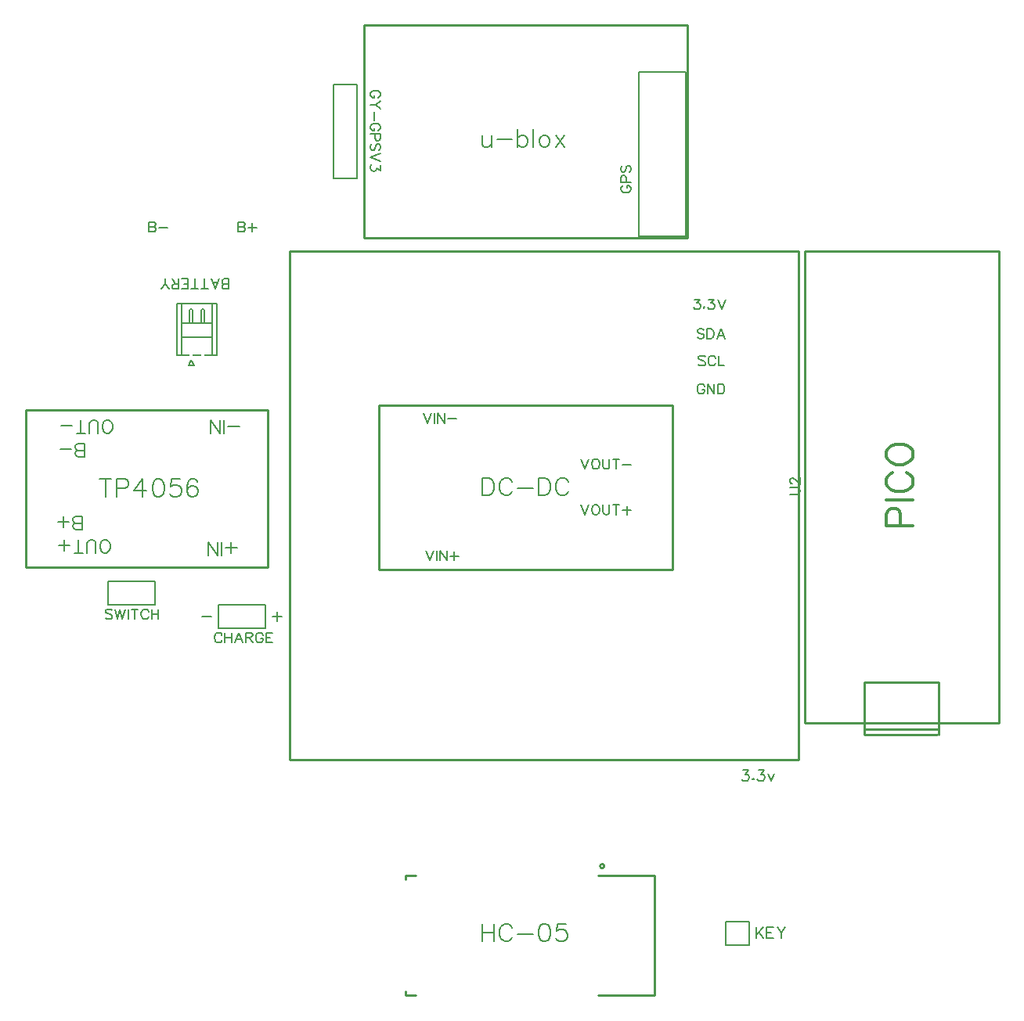
<source format=gto>
G04 Layer: TopSilkscreenLayer*
G04 EasyEDA v6.5.1, 2022-05-20 13:09:05*
G04 9a472788fb3748f5b1af1517000a09b8,10*
G04 Gerber Generator version 0.2*
G04 Scale: 100 percent, Rotated: No, Reflected: No *
G04 Dimensions in millimeters *
G04 leading zeros omitted , absolute positions ,4 integer and 5 decimal *
%FSLAX45Y45*%
%MOMM*%

%ADD10C,0.2540*%
%ADD25C,0.2032*%
%ADD26C,0.2030*%
%ADD27C,0.1500*%
%ADD28C,0.2000*%
%ADD29C,0.1524*%
%ADD30C,0.3200*%
%ADD31C,0.2500*%

%LPD*%
D28*
X-469900Y100329D02*
G01*
X-469900Y-90678D01*
X-469900Y100329D02*
G01*
X-406145Y100329D01*
X-378968Y91186D01*
X-360934Y72897D01*
X-351789Y54863D01*
X-342645Y27431D01*
X-342645Y-18034D01*
X-351789Y-45212D01*
X-360934Y-63500D01*
X-378968Y-81534D01*
X-406145Y-90678D01*
X-469900Y-90678D01*
X-146304Y54863D02*
G01*
X-155447Y72897D01*
X-173481Y91186D01*
X-191770Y100329D01*
X-228092Y100329D01*
X-246379Y91186D01*
X-264413Y72897D01*
X-273557Y54863D01*
X-282702Y27431D01*
X-282702Y-18034D01*
X-273557Y-45212D01*
X-264413Y-63500D01*
X-246379Y-81534D01*
X-228092Y-90678D01*
X-191770Y-90678D01*
X-173481Y-81534D01*
X-155447Y-63500D01*
X-146304Y-45212D01*
X-86360Y-8889D02*
G01*
X77470Y-8889D01*
X137413Y100329D02*
G01*
X137413Y-90678D01*
X137413Y100329D02*
G01*
X200913Y100329D01*
X228345Y91186D01*
X246379Y72897D01*
X255523Y54863D01*
X264668Y27431D01*
X264668Y-18034D01*
X255523Y-45212D01*
X246379Y-63500D01*
X228345Y-81534D01*
X200913Y-90678D01*
X137413Y-90678D01*
X461010Y54863D02*
G01*
X451865Y72897D01*
X433831Y91186D01*
X415544Y100329D01*
X379221Y100329D01*
X360934Y91186D01*
X342900Y72897D01*
X333755Y54863D01*
X324612Y27431D01*
X324612Y-18034D01*
X333755Y-45212D01*
X342900Y-63500D01*
X360934Y-81534D01*
X379221Y-90678D01*
X415544Y-90678D01*
X433831Y-81534D01*
X451865Y-63500D01*
X461010Y-45212D01*
X-469900Y3808476D02*
G01*
X-469900Y3717544D01*
X-460755Y3690365D01*
X-442721Y3681221D01*
X-415289Y3681221D01*
X-397255Y3690365D01*
X-369823Y3717544D01*
X-369823Y3808476D02*
G01*
X-369823Y3681221D01*
X-309879Y3763010D02*
G01*
X-146304Y3763010D01*
X-86360Y3872229D02*
G01*
X-86360Y3681221D01*
X-86360Y3781297D02*
G01*
X-68071Y3799331D01*
X-49784Y3808476D01*
X-22605Y3808476D01*
X-4571Y3799331D01*
X13715Y3781297D01*
X22860Y3753865D01*
X22860Y3735831D01*
X13715Y3708400D01*
X-4571Y3690365D01*
X-22605Y3681221D01*
X-49784Y3681221D01*
X-68071Y3690365D01*
X-86360Y3708400D01*
X82804Y3872229D02*
G01*
X82804Y3681221D01*
X188213Y3808476D02*
G01*
X170179Y3799331D01*
X151892Y3781297D01*
X142747Y3753865D01*
X142747Y3735831D01*
X151892Y3708400D01*
X170179Y3690365D01*
X188213Y3681221D01*
X215645Y3681221D01*
X233679Y3690365D01*
X251968Y3708400D01*
X261112Y3735831D01*
X261112Y3753865D01*
X251968Y3781297D01*
X233679Y3799331D01*
X215645Y3808476D01*
X188213Y3808476D01*
X321055Y3808476D02*
G01*
X421131Y3681221D01*
X421131Y3808476D02*
G01*
X321055Y3681221D01*
X2348229Y-3061462D02*
G01*
X2410713Y-3061462D01*
X2376677Y-3106928D01*
X2393695Y-3106928D01*
X2404872Y-3112770D01*
X2410713Y-3118357D01*
X2416302Y-3135376D01*
X2416302Y-3146805D01*
X2410713Y-3163823D01*
X2399284Y-3175254D01*
X2382265Y-3180842D01*
X2365247Y-3180842D01*
X2348229Y-3175254D01*
X2342388Y-3169412D01*
X2336800Y-3158236D01*
X2459481Y-3152394D02*
G01*
X2453893Y-3158236D01*
X2459481Y-3163823D01*
X2465324Y-3158236D01*
X2459481Y-3152394D01*
X2514091Y-3061462D02*
G01*
X2576575Y-3061462D01*
X2542540Y-3106928D01*
X2559558Y-3106928D01*
X2570988Y-3112770D01*
X2576575Y-3118357D01*
X2582163Y-3135376D01*
X2582163Y-3146805D01*
X2576575Y-3163823D01*
X2565145Y-3175254D01*
X2548127Y-3180842D01*
X2531109Y-3180842D01*
X2514091Y-3175254D01*
X2508504Y-3169412D01*
X2502661Y-3158236D01*
X2619756Y-3101339D02*
G01*
X2653791Y-3180842D01*
X2687827Y-3101339D02*
G01*
X2653791Y-3180842D01*
D25*
X-3505200Y-1402587D02*
G01*
X-3402837Y-1402587D01*
X-2692145Y-1351534D02*
G01*
X-2692145Y-1453642D01*
X-2743200Y-1402587D02*
G01*
X-2640837Y-1402587D01*
D29*
X-1599692Y4214621D02*
G01*
X-1589278Y4219955D01*
X-1578863Y4230370D01*
X-1573784Y4240529D01*
X-1573784Y4261357D01*
X-1578863Y4271771D01*
X-1589278Y4282186D01*
X-1599692Y4287520D01*
X-1615439Y4292600D01*
X-1641347Y4292600D01*
X-1656842Y4287520D01*
X-1667255Y4282186D01*
X-1677670Y4271771D01*
X-1682750Y4261357D01*
X-1682750Y4240529D01*
X-1677670Y4230370D01*
X-1667255Y4219955D01*
X-1656842Y4214621D01*
X-1641347Y4214621D01*
X-1641347Y4240529D02*
G01*
X-1641347Y4214621D01*
X-1573784Y4180331D02*
G01*
X-1625600Y4138929D01*
X-1682750Y4138929D01*
X-1573784Y4097273D02*
G01*
X-1625600Y4138929D01*
X-1636013Y4062984D02*
G01*
X-1636013Y3969512D01*
X-1599692Y3857244D02*
G01*
X-1589278Y3862323D01*
X-1578863Y3872737D01*
X-1573784Y3883152D01*
X-1573784Y3903979D01*
X-1578863Y3914394D01*
X-1589278Y3924807D01*
X-1599692Y3929887D01*
X-1615439Y3935221D01*
X-1641347Y3935221D01*
X-1656842Y3929887D01*
X-1667255Y3924807D01*
X-1677670Y3914394D01*
X-1682750Y3903979D01*
X-1682750Y3883152D01*
X-1677670Y3872737D01*
X-1667255Y3862323D01*
X-1656842Y3857244D01*
X-1641347Y3857244D01*
X-1641347Y3883152D02*
G01*
X-1641347Y3857244D01*
X-1573784Y3822954D02*
G01*
X-1682750Y3822954D01*
X-1573784Y3822954D02*
G01*
X-1573784Y3776218D01*
X-1578863Y3760470D01*
X-1584197Y3755389D01*
X-1594612Y3750310D01*
X-1610105Y3750310D01*
X-1620520Y3755389D01*
X-1625600Y3760470D01*
X-1630934Y3776218D01*
X-1630934Y3822954D01*
X-1589278Y3643121D02*
G01*
X-1578863Y3653536D01*
X-1573784Y3669029D01*
X-1573784Y3689857D01*
X-1578863Y3705605D01*
X-1589278Y3716020D01*
X-1599692Y3716020D01*
X-1610105Y3710686D01*
X-1615439Y3705605D01*
X-1620520Y3695192D01*
X-1630934Y3663950D01*
X-1636013Y3653536D01*
X-1641347Y3648455D01*
X-1651762Y3643121D01*
X-1667255Y3643121D01*
X-1677670Y3653536D01*
X-1682750Y3669029D01*
X-1682750Y3689857D01*
X-1677670Y3705605D01*
X-1667255Y3716020D01*
X-1573784Y3608831D02*
G01*
X-1682750Y3567429D01*
X-1573784Y3525773D02*
G01*
X-1682750Y3567429D01*
X-1573784Y3481070D02*
G01*
X-1573784Y3423920D01*
X-1615439Y3455162D01*
X-1615439Y3439413D01*
X-1620520Y3429000D01*
X-1625600Y3423920D01*
X-1641347Y3418839D01*
X-1651762Y3418839D01*
X-1667255Y3423920D01*
X-1677670Y3434334D01*
X-1682750Y3449828D01*
X-1682750Y3465576D01*
X-1677670Y3481070D01*
X-1672589Y3486150D01*
X-1662176Y3491484D01*
X1826513Y2033015D02*
G01*
X1883663Y2033015D01*
X1852421Y1991360D01*
X1868170Y1991360D01*
X1878329Y1986279D01*
X1883663Y1981200D01*
X1888744Y1965452D01*
X1888744Y1955037D01*
X1883663Y1939544D01*
X1873250Y1929129D01*
X1857755Y1924050D01*
X1842007Y1924050D01*
X1826513Y1929129D01*
X1821179Y1934210D01*
X1816100Y1944623D01*
X1928368Y1949957D02*
G01*
X1923034Y1944623D01*
X1928368Y1939544D01*
X1933447Y1944623D01*
X1928368Y1949957D01*
X1978152Y2033015D02*
G01*
X2035302Y2033015D01*
X2004059Y1991360D01*
X2019808Y1991360D01*
X2030222Y1986279D01*
X2035302Y1981200D01*
X2040636Y1965452D01*
X2040636Y1955037D01*
X2035302Y1939544D01*
X2024888Y1929129D01*
X2009393Y1924050D01*
X1993900Y1924050D01*
X1978152Y1929129D01*
X1973072Y1934210D01*
X1967738Y1944623D01*
X2074925Y2033015D02*
G01*
X2116327Y1924050D01*
X2157984Y2033015D02*
G01*
X2116327Y1924050D01*
X1932177Y1092707D02*
G01*
X1926844Y1103121D01*
X1916429Y1113536D01*
X1906270Y1118615D01*
X1885442Y1118615D01*
X1875028Y1113536D01*
X1864613Y1103121D01*
X1859279Y1092707D01*
X1854200Y1076960D01*
X1854200Y1051052D01*
X1859279Y1035557D01*
X1864613Y1025144D01*
X1875028Y1014729D01*
X1885442Y1009650D01*
X1906270Y1009650D01*
X1916429Y1014729D01*
X1926844Y1025144D01*
X1932177Y1035557D01*
X1932177Y1051052D01*
X1906270Y1051052D02*
G01*
X1932177Y1051052D01*
X1966468Y1118615D02*
G01*
X1966468Y1009650D01*
X1966468Y1118615D02*
G01*
X2039111Y1009650D01*
X2039111Y1118615D02*
G01*
X2039111Y1009650D01*
X2073402Y1118615D02*
G01*
X2073402Y1009650D01*
X2073402Y1118615D02*
G01*
X2109724Y1118615D01*
X2125472Y1113536D01*
X2135886Y1103121D01*
X2140965Y1092707D01*
X2146300Y1076960D01*
X2146300Y1051052D01*
X2140965Y1035557D01*
X2135886Y1025144D01*
X2125472Y1014729D01*
X2109724Y1009650D01*
X2073402Y1009650D01*
X1939543Y1407921D02*
G01*
X1929129Y1418336D01*
X1913636Y1423415D01*
X1892807Y1423415D01*
X1877313Y1418336D01*
X1866900Y1407921D01*
X1866900Y1397507D01*
X1871979Y1387094D01*
X1877313Y1381760D01*
X1887728Y1376679D01*
X1918970Y1366265D01*
X1929129Y1361186D01*
X1934463Y1355852D01*
X1939543Y1345437D01*
X1939543Y1329944D01*
X1929129Y1319529D01*
X1913636Y1314450D01*
X1892807Y1314450D01*
X1877313Y1319529D01*
X1866900Y1329944D01*
X2051811Y1397507D02*
G01*
X2046731Y1407921D01*
X2036318Y1418336D01*
X2025904Y1423415D01*
X2005075Y1423415D01*
X1994661Y1418336D01*
X1984247Y1407921D01*
X1979168Y1397507D01*
X1973834Y1381760D01*
X1973834Y1355852D01*
X1979168Y1340357D01*
X1984247Y1329944D01*
X1994661Y1319529D01*
X2005075Y1314450D01*
X2025904Y1314450D01*
X2036318Y1319529D01*
X2046731Y1329944D01*
X2051811Y1340357D01*
X2086102Y1423415D02*
G01*
X2086102Y1314450D01*
X2086102Y1314450D02*
G01*
X2148586Y1314450D01*
X1926844Y1700021D02*
G01*
X1916429Y1710436D01*
X1900936Y1715515D01*
X1880107Y1715515D01*
X1864613Y1710436D01*
X1854200Y1700021D01*
X1854200Y1689607D01*
X1859279Y1679194D01*
X1864613Y1673860D01*
X1875028Y1668779D01*
X1906270Y1658365D01*
X1916429Y1653286D01*
X1921763Y1647952D01*
X1926844Y1637537D01*
X1926844Y1622044D01*
X1916429Y1611629D01*
X1900936Y1606550D01*
X1880107Y1606550D01*
X1864613Y1611629D01*
X1854200Y1622044D01*
X1961134Y1715515D02*
G01*
X1961134Y1606550D01*
X1961134Y1715515D02*
G01*
X1997709Y1715515D01*
X2013204Y1710436D01*
X2023618Y1700021D01*
X2028697Y1689607D01*
X2034031Y1673860D01*
X2034031Y1647952D01*
X2028697Y1632457D01*
X2023618Y1622044D01*
X2013204Y1611629D01*
X1997709Y1606550D01*
X1961134Y1606550D01*
X2109724Y1715515D02*
G01*
X2068322Y1606550D01*
X2109724Y1715515D02*
G01*
X2151379Y1606550D01*
X2083815Y1642871D02*
G01*
X2135886Y1642871D01*
X-1079500Y-684784D02*
G01*
X-1037844Y-793750D01*
X-996442Y-684784D02*
G01*
X-1037844Y-793750D01*
X-962152Y-684784D02*
G01*
X-962152Y-793750D01*
X-927862Y-684784D02*
G01*
X-927862Y-793750D01*
X-927862Y-684784D02*
G01*
X-854963Y-793750D01*
X-854963Y-684784D02*
G01*
X-854963Y-793750D01*
X-773937Y-700278D02*
G01*
X-773937Y-793750D01*
X-820673Y-747013D02*
G01*
X-727202Y-747013D01*
X-1104900Y801115D02*
G01*
X-1063244Y692150D01*
X-1021842Y801115D02*
G01*
X-1063244Y692150D01*
X-987552Y801115D02*
G01*
X-987552Y692150D01*
X-953262Y801115D02*
G01*
X-953262Y692150D01*
X-953262Y801115D02*
G01*
X-880363Y692150D01*
X-880363Y801115D02*
G01*
X-880363Y692150D01*
X-846073Y738886D02*
G01*
X-752602Y738886D01*
X596900Y-189484D02*
G01*
X638555Y-298450D01*
X679957Y-189484D02*
G01*
X638555Y-298450D01*
X745489Y-189484D02*
G01*
X735076Y-194563D01*
X724662Y-204978D01*
X719581Y-215392D01*
X714247Y-231139D01*
X714247Y-257047D01*
X719581Y-272542D01*
X724662Y-282955D01*
X735076Y-293370D01*
X745489Y-298450D01*
X766318Y-298450D01*
X776731Y-293370D01*
X787145Y-282955D01*
X792226Y-272542D01*
X797560Y-257047D01*
X797560Y-231139D01*
X792226Y-215392D01*
X787145Y-204978D01*
X776731Y-194563D01*
X766318Y-189484D01*
X745489Y-189484D01*
X831850Y-189484D02*
G01*
X831850Y-267462D01*
X836929Y-282955D01*
X847344Y-293370D01*
X862837Y-298450D01*
X873252Y-298450D01*
X889000Y-293370D01*
X899160Y-282955D01*
X904494Y-267462D01*
X904494Y-189484D01*
X975105Y-189484D02*
G01*
X975105Y-298450D01*
X938784Y-189484D02*
G01*
X1011428Y-189484D01*
X1092454Y-204978D02*
G01*
X1092454Y-298450D01*
X1045718Y-251713D02*
G01*
X1139189Y-251713D01*
X596900Y305815D02*
G01*
X638555Y196850D01*
X679957Y305815D02*
G01*
X638555Y196850D01*
X745489Y305815D02*
G01*
X735076Y300736D01*
X724662Y290321D01*
X719581Y279907D01*
X714247Y264160D01*
X714247Y238252D01*
X719581Y222757D01*
X724662Y212344D01*
X735076Y201929D01*
X745489Y196850D01*
X766318Y196850D01*
X776731Y201929D01*
X787145Y212344D01*
X792226Y222757D01*
X797560Y238252D01*
X797560Y264160D01*
X792226Y279907D01*
X787145Y290321D01*
X776731Y300736D01*
X766318Y305815D01*
X745489Y305815D01*
X831850Y305815D02*
G01*
X831850Y227837D01*
X836929Y212344D01*
X847344Y201929D01*
X862837Y196850D01*
X873252Y196850D01*
X889000Y201929D01*
X899160Y212344D01*
X904494Y227837D01*
X904494Y305815D01*
X975105Y305815D02*
G01*
X975105Y196850D01*
X938784Y305815D02*
G01*
X1011428Y305815D01*
X1045718Y243586D02*
G01*
X1139189Y243586D01*
X-3111500Y2871215D02*
G01*
X-3111500Y2762250D01*
X-3111500Y2871215D02*
G01*
X-3064763Y2871215D01*
X-3049270Y2866136D01*
X-3043936Y2860802D01*
X-3038855Y2850387D01*
X-3038855Y2839973D01*
X-3043936Y2829560D01*
X-3049270Y2824479D01*
X-3064763Y2819400D01*
X-3111500Y2819400D02*
G01*
X-3064763Y2819400D01*
X-3049270Y2814065D01*
X-3043936Y2808986D01*
X-3038855Y2798571D01*
X-3038855Y2782823D01*
X-3043936Y2772410D01*
X-3049270Y2767329D01*
X-3064763Y2762250D01*
X-3111500Y2762250D01*
X-2957829Y2855721D02*
G01*
X-2957829Y2762250D01*
X-3004565Y2808986D02*
G01*
X-2910839Y2808986D01*
X-4076700Y2871215D02*
G01*
X-4076700Y2762250D01*
X-4076700Y2871215D02*
G01*
X-4029963Y2871215D01*
X-4014470Y2866136D01*
X-4009136Y2860802D01*
X-4004055Y2850387D01*
X-4004055Y2839973D01*
X-4009136Y2829560D01*
X-4014470Y2824479D01*
X-4029963Y2819400D01*
X-4076700Y2819400D02*
G01*
X-4029963Y2819400D01*
X-4014470Y2814065D01*
X-4009136Y2808986D01*
X-4004055Y2798571D01*
X-4004055Y2782823D01*
X-4009136Y2772410D01*
X-4014470Y2767329D01*
X-4029963Y2762250D01*
X-4076700Y2762250D01*
X-3969765Y2808986D02*
G01*
X-3876039Y2808986D01*
X-3287521Y-1599692D02*
G01*
X-3292855Y-1589278D01*
X-3303270Y-1578863D01*
X-3313429Y-1573784D01*
X-3334257Y-1573784D01*
X-3344671Y-1578863D01*
X-3355086Y-1589278D01*
X-3360420Y-1599692D01*
X-3365500Y-1615439D01*
X-3365500Y-1641347D01*
X-3360420Y-1656842D01*
X-3355086Y-1667255D01*
X-3344671Y-1677670D01*
X-3334257Y-1682750D01*
X-3313429Y-1682750D01*
X-3303270Y-1677670D01*
X-3292855Y-1667255D01*
X-3287521Y-1656842D01*
X-3253231Y-1573784D02*
G01*
X-3253231Y-1682750D01*
X-3180587Y-1573784D02*
G01*
X-3180587Y-1682750D01*
X-3253231Y-1625600D02*
G01*
X-3180587Y-1625600D01*
X-3104642Y-1573784D02*
G01*
X-3146297Y-1682750D01*
X-3104642Y-1573784D02*
G01*
X-3063239Y-1682750D01*
X-3130550Y-1646428D02*
G01*
X-3078734Y-1646428D01*
X-3028950Y-1573784D02*
G01*
X-3028950Y-1682750D01*
X-3028950Y-1573784D02*
G01*
X-2981960Y-1573784D01*
X-2966465Y-1578863D01*
X-2961386Y-1584197D01*
X-2956052Y-1594612D01*
X-2956052Y-1605026D01*
X-2961386Y-1615439D01*
X-2966465Y-1620520D01*
X-2981960Y-1625600D01*
X-3028950Y-1625600D01*
X-2992373Y-1625600D02*
G01*
X-2956052Y-1682750D01*
X-2843784Y-1599692D02*
G01*
X-2849118Y-1589278D01*
X-2859531Y-1578863D01*
X-2869945Y-1573784D01*
X-2890520Y-1573784D01*
X-2900934Y-1578863D01*
X-2911347Y-1589278D01*
X-2916681Y-1599692D01*
X-2921762Y-1615439D01*
X-2921762Y-1641347D01*
X-2916681Y-1656842D01*
X-2911347Y-1667255D01*
X-2900934Y-1677670D01*
X-2890520Y-1682750D01*
X-2869945Y-1682750D01*
X-2859531Y-1677670D01*
X-2849118Y-1667255D01*
X-2843784Y-1656842D01*
X-2843784Y-1641347D01*
X-2869945Y-1641347D02*
G01*
X-2843784Y-1641347D01*
X-2809494Y-1573784D02*
G01*
X-2809494Y-1682750D01*
X-2809494Y-1573784D02*
G01*
X-2741929Y-1573784D01*
X-2809494Y-1625600D02*
G01*
X-2768092Y-1625600D01*
X-2809494Y-1682750D02*
G01*
X-2741929Y-1682750D01*
D28*
X2489200Y-4763262D02*
G01*
X2489200Y-4882642D01*
X2568702Y-4763262D02*
G01*
X2489200Y-4843018D01*
X2517647Y-4814570D02*
G01*
X2568702Y-4882642D01*
X2606293Y-4763262D02*
G01*
X2606293Y-4882642D01*
X2606293Y-4763262D02*
G01*
X2680208Y-4763262D01*
X2606293Y-4820157D02*
G01*
X2651759Y-4820157D01*
X2606293Y-4882642D02*
G01*
X2680208Y-4882642D01*
X2717545Y-4763262D02*
G01*
X2763011Y-4820157D01*
X2763011Y-4882642D01*
X2808477Y-4763262D02*
G01*
X2763011Y-4820157D01*
D25*
X-3185668Y-716277D02*
G01*
X-3185668Y-593341D01*
X-3124200Y-654809D02*
G01*
X-3246881Y-654809D01*
X-3291839Y-736597D02*
G01*
X-3291839Y-593341D01*
X-3337052Y-736597D02*
G01*
X-3337052Y-593341D01*
X-3337052Y-736597D02*
G01*
X-3432302Y-593341D01*
X-3432302Y-736597D02*
G01*
X-3432302Y-593341D01*
X-3098545Y660145D02*
G01*
X-3221228Y660145D01*
X-3266186Y578357D02*
G01*
X-3266186Y721613D01*
X-3311397Y578357D02*
G01*
X-3311397Y721613D01*
X-3311397Y578357D02*
G01*
X-3406647Y721613D01*
X-3406647Y578357D02*
G01*
X-3406647Y721613D01*
X-4536694Y-711200D02*
G01*
X-4522978Y-704342D01*
X-4509515Y-690879D01*
X-4502657Y-677163D01*
X-4495800Y-656589D01*
X-4495800Y-622554D01*
X-4502657Y-602234D01*
X-4509515Y-588518D01*
X-4522978Y-574802D01*
X-4536694Y-567944D01*
X-4563871Y-567944D01*
X-4577587Y-574802D01*
X-4591304Y-588518D01*
X-4598162Y-602234D01*
X-4604765Y-622554D01*
X-4604765Y-656589D01*
X-4598162Y-677163D01*
X-4591304Y-690879D01*
X-4577587Y-704342D01*
X-4563871Y-711200D01*
X-4536694Y-711200D01*
X-4649978Y-711200D02*
G01*
X-4649978Y-608837D01*
X-4656581Y-588518D01*
X-4670297Y-574802D01*
X-4690871Y-567944D01*
X-4704334Y-567944D01*
X-4724907Y-574802D01*
X-4738623Y-588518D01*
X-4745228Y-608837D01*
X-4745228Y-711200D01*
X-4838192Y-711200D02*
G01*
X-4838192Y-567944D01*
X-4790439Y-711200D02*
G01*
X-4885689Y-711200D01*
X-4992115Y-690879D02*
G01*
X-4992115Y-567944D01*
X-4930902Y-629412D02*
G01*
X-5053584Y-629412D01*
X-4800600Y-457200D02*
G01*
X-4800600Y-313944D01*
X-4800600Y-457200D02*
G01*
X-4862068Y-457200D01*
X-4882387Y-450342D01*
X-4889245Y-443484D01*
X-4896104Y-430021D01*
X-4896104Y-416305D01*
X-4889245Y-402589D01*
X-4882387Y-395986D01*
X-4862068Y-389128D01*
X-4800600Y-389128D02*
G01*
X-4862068Y-389128D01*
X-4882387Y-382270D01*
X-4889245Y-375412D01*
X-4896104Y-361695D01*
X-4896104Y-341376D01*
X-4889245Y-327660D01*
X-4882387Y-320802D01*
X-4862068Y-313944D01*
X-4800600Y-313944D01*
X-5002529Y-436879D02*
G01*
X-5002529Y-313944D01*
X-4941062Y-375412D02*
G01*
X-5063744Y-375412D01*
X-4775200Y330200D02*
G01*
X-4775200Y473455D01*
X-4775200Y330200D02*
G01*
X-4836668Y330200D01*
X-4856987Y337057D01*
X-4863845Y343915D01*
X-4870704Y357378D01*
X-4870704Y371094D01*
X-4863845Y384810D01*
X-4856987Y391413D01*
X-4836668Y398271D01*
X-4775200Y398271D02*
G01*
X-4836668Y398271D01*
X-4856987Y405129D01*
X-4863845Y411987D01*
X-4870704Y425704D01*
X-4870704Y446023D01*
X-4863845Y459739D01*
X-4856987Y466597D01*
X-4836668Y473455D01*
X-4775200Y473455D01*
X-4915662Y411987D02*
G01*
X-5038344Y411987D01*
X-4511294Y584200D02*
G01*
X-4497578Y591057D01*
X-4484115Y604520D01*
X-4477257Y618236D01*
X-4470400Y638810D01*
X-4470400Y672845D01*
X-4477257Y693165D01*
X-4484115Y706881D01*
X-4497578Y720597D01*
X-4511294Y727455D01*
X-4538471Y727455D01*
X-4552187Y720597D01*
X-4565904Y706881D01*
X-4572762Y693165D01*
X-4579365Y672845D01*
X-4579365Y638810D01*
X-4572762Y618236D01*
X-4565904Y604520D01*
X-4552187Y591057D01*
X-4538471Y584200D01*
X-4511294Y584200D01*
X-4624578Y584200D02*
G01*
X-4624578Y686562D01*
X-4631181Y706881D01*
X-4644897Y720597D01*
X-4665471Y727455D01*
X-4678934Y727455D01*
X-4699507Y720597D01*
X-4713223Y706881D01*
X-4719828Y686562D01*
X-4719828Y584200D01*
X-4812792Y584200D02*
G01*
X-4812792Y727455D01*
X-4765039Y584200D02*
G01*
X-4860289Y584200D01*
X-4905502Y665987D02*
G01*
X-5028184Y665987D01*
D28*
X-4546345Y87629D02*
G01*
X-4546345Y-103378D01*
X-4610100Y87629D02*
G01*
X-4482845Y87629D01*
X-4422902Y87629D02*
G01*
X-4422902Y-103378D01*
X-4422902Y87629D02*
G01*
X-4341113Y87629D01*
X-4313681Y78486D01*
X-4304537Y69342D01*
X-4295647Y51054D01*
X-4295647Y23876D01*
X-4304537Y5587D01*
X-4313681Y-3302D01*
X-4341113Y-12445D01*
X-4422902Y-12445D01*
X-4144771Y87629D02*
G01*
X-4235450Y-39878D01*
X-4099305Y-39878D01*
X-4144771Y87629D02*
G01*
X-4144771Y-103378D01*
X-3984752Y87629D02*
G01*
X-4011929Y78486D01*
X-4030218Y51054D01*
X-4039107Y5587D01*
X-4039107Y-21589D01*
X-4030218Y-67055D01*
X-4011929Y-94234D01*
X-3984752Y-103378D01*
X-3966463Y-103378D01*
X-3939286Y-94234D01*
X-3920997Y-67055D01*
X-3911854Y-21589D01*
X-3911854Y5587D01*
X-3920997Y51054D01*
X-3939286Y78486D01*
X-3966463Y87629D01*
X-3984752Y87629D01*
X-3742944Y87629D02*
G01*
X-3833621Y87629D01*
X-3842765Y5587D01*
X-3833621Y14731D01*
X-3806444Y23876D01*
X-3779265Y23876D01*
X-3751834Y14731D01*
X-3733800Y-3302D01*
X-3724655Y-30734D01*
X-3724655Y-48768D01*
X-3733800Y-76200D01*
X-3751834Y-94234D01*
X-3779265Y-103378D01*
X-3806444Y-103378D01*
X-3833621Y-94234D01*
X-3842765Y-85089D01*
X-3851910Y-67055D01*
X-3555492Y60197D02*
G01*
X-3564636Y78486D01*
X-3591813Y87629D01*
X-3610102Y87629D01*
X-3637279Y78486D01*
X-3655568Y51054D01*
X-3664712Y5587D01*
X-3664712Y-39878D01*
X-3655568Y-76200D01*
X-3637279Y-94234D01*
X-3610102Y-103378D01*
X-3600957Y-103378D01*
X-3573779Y-94234D01*
X-3555492Y-76200D01*
X-3546347Y-48768D01*
X-3546347Y-39878D01*
X-3555492Y-12445D01*
X-3573779Y5587D01*
X-3600957Y14731D01*
X-3610102Y14731D01*
X-3637279Y5587D01*
X-3655568Y-12445D01*
X-3664712Y-39878D01*
D29*
X1053592Y3265678D02*
G01*
X1043178Y3260344D01*
X1032763Y3249929D01*
X1027684Y3239770D01*
X1027684Y3218942D01*
X1032763Y3208528D01*
X1043178Y3198113D01*
X1053592Y3192779D01*
X1069339Y3187700D01*
X1095247Y3187700D01*
X1110742Y3192779D01*
X1121155Y3198113D01*
X1131570Y3208528D01*
X1136650Y3218942D01*
X1136650Y3239770D01*
X1131570Y3249929D01*
X1121155Y3260344D01*
X1110742Y3265678D01*
X1095247Y3265678D01*
X1095247Y3239770D02*
G01*
X1095247Y3265678D01*
X1027684Y3299968D02*
G01*
X1136650Y3299968D01*
X1027684Y3299968D02*
G01*
X1027684Y3346704D01*
X1032763Y3362197D01*
X1038097Y3367531D01*
X1048512Y3372612D01*
X1064005Y3372612D01*
X1074420Y3367531D01*
X1079500Y3362197D01*
X1084834Y3346704D01*
X1084834Y3299968D01*
X1043178Y3479800D02*
G01*
X1032763Y3469386D01*
X1027684Y3453637D01*
X1027684Y3432810D01*
X1032763Y3417315D01*
X1043178Y3406902D01*
X1053592Y3406902D01*
X1064005Y3412236D01*
X1069339Y3417315D01*
X1074420Y3427729D01*
X1084834Y3458971D01*
X1089913Y3469386D01*
X1095247Y3474465D01*
X1105662Y3479800D01*
X1121155Y3479800D01*
X1131570Y3469386D01*
X1136650Y3453637D01*
X1136650Y3432810D01*
X1131570Y3417315D01*
X1121155Y3406902D01*
X-3213100Y2145284D02*
G01*
X-3213100Y2254250D01*
X-3213100Y2145284D02*
G01*
X-3259836Y2145284D01*
X-3275329Y2150363D01*
X-3280663Y2155697D01*
X-3285744Y2166112D01*
X-3285744Y2176526D01*
X-3280663Y2186939D01*
X-3275329Y2192020D01*
X-3259836Y2197100D01*
X-3213100Y2197100D02*
G01*
X-3259836Y2197100D01*
X-3275329Y2202434D01*
X-3280663Y2207513D01*
X-3285744Y2217928D01*
X-3285744Y2233676D01*
X-3280663Y2244089D01*
X-3275329Y2249170D01*
X-3259836Y2254250D01*
X-3213100Y2254250D01*
X-3361689Y2145284D02*
G01*
X-3320034Y2254250D01*
X-3361689Y2145284D02*
G01*
X-3403345Y2254250D01*
X-3335781Y2217928D02*
G01*
X-3387597Y2217928D01*
X-3473957Y2145284D02*
G01*
X-3473957Y2254250D01*
X-3437636Y2145284D02*
G01*
X-3510279Y2145284D01*
X-3580892Y2145284D02*
G01*
X-3580892Y2254250D01*
X-3544570Y2145284D02*
G01*
X-3617213Y2145284D01*
X-3651504Y2145284D02*
G01*
X-3651504Y2254250D01*
X-3651504Y2145284D02*
G01*
X-3719068Y2145284D01*
X-3651504Y2197100D02*
G01*
X-3693160Y2197100D01*
X-3651504Y2254250D02*
G01*
X-3719068Y2254250D01*
X-3753357Y2145284D02*
G01*
X-3753357Y2254250D01*
X-3753357Y2145284D02*
G01*
X-3800094Y2145284D01*
X-3815842Y2150363D01*
X-3820921Y2155697D01*
X-3826255Y2166112D01*
X-3826255Y2176526D01*
X-3820921Y2186939D01*
X-3815842Y2192020D01*
X-3800094Y2197100D01*
X-3753357Y2197100D01*
X-3789679Y2197100D02*
G01*
X-3826255Y2254250D01*
X-3860545Y2145284D02*
G01*
X-3901947Y2197100D01*
X-3901947Y2254250D01*
X-3943604Y2145284D02*
G01*
X-3901947Y2197100D01*
X-4473955Y-1335278D02*
G01*
X-4484370Y-1324863D01*
X-4499863Y-1319784D01*
X-4520692Y-1319784D01*
X-4536186Y-1324863D01*
X-4546600Y-1335278D01*
X-4546600Y-1345692D01*
X-4541520Y-1356105D01*
X-4536186Y-1361439D01*
X-4525771Y-1366520D01*
X-4494529Y-1376934D01*
X-4484370Y-1382013D01*
X-4479036Y-1387347D01*
X-4473955Y-1397762D01*
X-4473955Y-1413255D01*
X-4484370Y-1423670D01*
X-4499863Y-1428750D01*
X-4520692Y-1428750D01*
X-4536186Y-1423670D01*
X-4546600Y-1413255D01*
X-4439665Y-1319784D02*
G01*
X-4413504Y-1428750D01*
X-4387595Y-1319784D02*
G01*
X-4413504Y-1428750D01*
X-4387595Y-1319784D02*
G01*
X-4361687Y-1428750D01*
X-4335779Y-1319784D02*
G01*
X-4361687Y-1428750D01*
X-4301489Y-1319784D02*
G01*
X-4301489Y-1428750D01*
X-4230623Y-1319784D02*
G01*
X-4230623Y-1428750D01*
X-4267200Y-1319784D02*
G01*
X-4194302Y-1319784D01*
X-4082034Y-1345692D02*
G01*
X-4087368Y-1335278D01*
X-4097781Y-1324863D01*
X-4108195Y-1319784D01*
X-4128770Y-1319784D01*
X-4139184Y-1324863D01*
X-4149597Y-1335278D01*
X-4154931Y-1345692D01*
X-4160012Y-1361439D01*
X-4160012Y-1387347D01*
X-4154931Y-1402842D01*
X-4149597Y-1413255D01*
X-4139184Y-1423670D01*
X-4128770Y-1428750D01*
X-4108195Y-1428750D01*
X-4097781Y-1423670D01*
X-4087368Y-1413255D01*
X-4082034Y-1402842D01*
X-4047744Y-1319784D02*
G01*
X-4047744Y-1428750D01*
X-3975100Y-1319784D02*
G01*
X-3975100Y-1428750D01*
X-4047744Y-1371600D02*
G01*
X-3975100Y-1371600D01*
D28*
X-469900Y-4725670D02*
G01*
X-469900Y-4916678D01*
X-342645Y-4725670D02*
G01*
X-342645Y-4916678D01*
X-469900Y-4816602D02*
G01*
X-342645Y-4816602D01*
X-146304Y-4771136D02*
G01*
X-155447Y-4753102D01*
X-173481Y-4734813D01*
X-191770Y-4725670D01*
X-228092Y-4725670D01*
X-246379Y-4734813D01*
X-264413Y-4753102D01*
X-273557Y-4771136D01*
X-282702Y-4798568D01*
X-282702Y-4844034D01*
X-273557Y-4871212D01*
X-264413Y-4889500D01*
X-246379Y-4907534D01*
X-228092Y-4916678D01*
X-191770Y-4916678D01*
X-173481Y-4907534D01*
X-155447Y-4889500D01*
X-146304Y-4871212D01*
X-86360Y-4834889D02*
G01*
X77470Y-4834889D01*
X192023Y-4725670D02*
G01*
X164592Y-4734813D01*
X146557Y-4762245D01*
X137413Y-4807712D01*
X137413Y-4834889D01*
X146557Y-4880355D01*
X164592Y-4907534D01*
X192023Y-4916678D01*
X210057Y-4916678D01*
X237489Y-4907534D01*
X255523Y-4880355D01*
X264668Y-4834889D01*
X264668Y-4807712D01*
X255523Y-4762245D01*
X237489Y-4734813D01*
X210057Y-4725670D01*
X192023Y-4725670D01*
X433831Y-4725670D02*
G01*
X342900Y-4725670D01*
X333755Y-4807712D01*
X342900Y-4798568D01*
X370078Y-4789423D01*
X397255Y-4789423D01*
X424687Y-4798568D01*
X442721Y-4816602D01*
X451865Y-4844034D01*
X451865Y-4862068D01*
X442721Y-4889500D01*
X424687Y-4907534D01*
X397255Y-4916678D01*
X370078Y-4916678D01*
X342900Y-4907534D01*
X333755Y-4898389D01*
X324612Y-4880355D01*
D29*
X2856484Y-76200D02*
G01*
X2934461Y-76200D01*
X2949956Y-71120D01*
X2960370Y-60705D01*
X2965450Y-44957D01*
X2965450Y-34544D01*
X2960370Y-19050D01*
X2949956Y-8636D01*
X2934461Y-3555D01*
X2856484Y-3555D01*
X2882391Y36068D02*
G01*
X2877311Y36068D01*
X2866897Y41147D01*
X2861563Y46481D01*
X2856484Y56895D01*
X2856484Y77470D01*
X2861563Y87884D01*
X2866897Y93218D01*
X2877311Y98297D01*
X2887725Y98297D01*
X2898140Y93218D01*
X2913634Y82804D01*
X2965450Y30734D01*
X2965450Y103631D01*
D30*
X3900931Y-419100D02*
G01*
X4187443Y-419100D01*
X3900931Y-419100D02*
G01*
X3900931Y-296418D01*
X3914647Y-255523D01*
X3928363Y-241807D01*
X3955541Y-228092D01*
X3996436Y-228092D01*
X4023613Y-241807D01*
X4037329Y-255523D01*
X4051045Y-296418D01*
X4051045Y-419100D01*
X3900931Y-138176D02*
G01*
X4187443Y-138176D01*
X3969258Y156463D02*
G01*
X3941825Y142747D01*
X3914647Y115570D01*
X3900931Y88137D01*
X3900931Y33528D01*
X3914647Y6350D01*
X3941825Y-20828D01*
X3969258Y-34544D01*
X4010152Y-48260D01*
X4078224Y-48260D01*
X4119118Y-34544D01*
X4146550Y-20828D01*
X4173727Y6350D01*
X4187443Y33528D01*
X4187443Y88137D01*
X4173727Y115570D01*
X4146550Y142747D01*
X4119118Y156463D01*
X3900931Y328168D02*
G01*
X3914647Y300989D01*
X3941825Y273557D01*
X3969258Y260095D01*
X4010152Y246379D01*
X4078224Y246379D01*
X4119118Y260095D01*
X4146550Y273557D01*
X4173727Y300989D01*
X4187443Y328168D01*
X4187443Y382778D01*
X4173727Y409955D01*
X4146550Y437387D01*
X4119118Y450850D01*
X4078224Y464565D01*
X4010152Y464565D01*
X3969258Y450850D01*
X3941825Y437387D01*
X3914647Y409955D01*
X3900931Y382778D01*
X3900931Y328168D01*
D25*
X-1823001Y3341999D02*
G01*
X-2077001Y3341999D01*
X-2077001Y4357999D01*
X-1823001Y4357999D01*
X-1823001Y4167499D01*
D26*
X-1823001Y3341999D02*
G01*
X-1823001Y4167499D01*
X-2819400Y-1270000D02*
G01*
X-3136900Y-1270000D01*
D25*
X-2819400Y-1270000D02*
G01*
X-2819400Y-1524000D01*
X-3327400Y-1524000D01*
X-3327400Y-1270000D01*
X-3136900Y-1270000D01*
X2413000Y-4953000D02*
G01*
X2159000Y-4953000D01*
X2159000Y-4699000D01*
X2413000Y-4699000D01*
X2413000Y-4889500D01*
D26*
X2413000Y-4953000D02*
G01*
X2413000Y-4889500D01*
D10*
X-5410200Y-863600D02*
G01*
X-2794000Y-863600D01*
X-2794000Y838200D01*
X-5410200Y838200D01*
X-5410200Y-863600D01*
D25*
X1219200Y2717800D02*
G01*
X1727200Y2717800D01*
X1727200Y4495800D01*
X1219200Y4495800D01*
X1219200Y2717800D01*
D27*
X-3644501Y1438998D02*
G01*
X-3644501Y1424000D01*
X-3774498Y1424000D01*
X-3774498Y1983999D01*
X-3339500Y1983999D01*
X-3339500Y1424000D01*
X-3469500Y1424000D01*
X-3469500Y1438998D01*
X-3719499Y1773999D02*
G01*
X-3394501Y1773999D01*
X-3719499Y1623999D02*
G01*
X-3394501Y1623999D01*
X-3719499Y1983999D02*
G01*
X-3719499Y1424000D01*
X-3394501Y1983999D02*
G01*
X-3394501Y1424000D01*
X-3619500Y1773999D02*
G01*
X-3634498Y1773999D01*
X-3634498Y1920250D01*
X-3619500Y1923999D01*
X-3604498Y1920250D01*
X-3604498Y1773999D01*
X-3619500Y1773999D01*
X-3494498Y1773999D02*
G01*
X-3509500Y1773999D01*
X-3509500Y1920250D01*
X-3494498Y1923999D01*
X-3479500Y1920250D01*
X-3479500Y1773999D01*
X-3494498Y1773999D01*
X-3594498Y1438998D02*
G01*
X-3594498Y1424000D01*
X-3519500Y1424000D01*
X-3519500Y1438998D01*
X-3619500Y1374000D02*
G01*
X-3649499Y1314000D01*
X-3589500Y1314000D01*
X-3619500Y1374000D01*
D26*
X-4013200Y-1016000D02*
G01*
X-4330700Y-1016000D01*
D25*
X-4013200Y-1016000D02*
G01*
X-4013200Y-1270000D01*
X-4521200Y-1270000D01*
X-4521200Y-1016000D01*
X-4330700Y-1016000D01*
D10*
X-1304785Y-4243290D02*
G01*
X-1304785Y-4201401D01*
X-1187897Y-4201401D01*
X-1187897Y-5501403D02*
G01*
X-1304785Y-5501403D01*
X-1304785Y-5459519D01*
X778329Y-4201401D02*
G01*
X1395216Y-4201401D01*
X1395216Y-5501403D01*
X778329Y-5501403D01*
X5114000Y2549999D02*
G01*
X5114000Y-2549999D01*
X3013999Y-2549999D02*
G01*
X3013999Y2549999D01*
X3013999Y2549999D02*
G01*
X5114000Y2549999D01*
X3664000Y-2616319D02*
G01*
X4463999Y-2616319D01*
X3664000Y-2108200D02*
G01*
X4463999Y-2108200D01*
X3664000Y-2679999D02*
G01*
X4445000Y-2679999D01*
X3664000Y-2679999D02*
G01*
X3664000Y-2108200D01*
X4463999Y-2679999D02*
G01*
X4463999Y-2108200D01*
X5114000Y-2549999D02*
G01*
X3013999Y-2549999D01*
G75*
G01
X847573Y-4101414D02*
G03X847573Y-4101414I-22352J0D01*
D31*
X-2550007Y2550007D02*
G01*
X2949981Y2550007D01*
X2949981Y-2949981D01*
X-2550007Y-2949981D01*
X-2550007Y2550007D01*
D10*
X-1750009Y4999989D02*
G01*
X1749983Y4999989D01*
X1749983Y2699994D01*
X-1750009Y2699994D01*
X-1750009Y4999989D01*
X-1589989Y889990D02*
G01*
X1590014Y889990D01*
X1590014Y-890015D01*
X-1589989Y-890015D01*
X-1589989Y889990D01*
M02*

</source>
